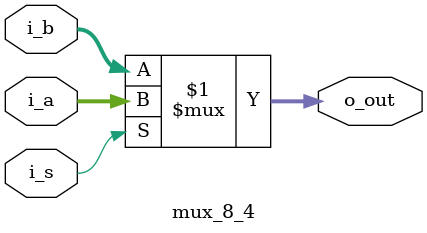
<source format=sv>
module mux_8_4 ( input  logic [3:0] i_a,
                                    i_b,                  
                 input  logic [0:0] i_s,
                 output logic [3:0] o_out);

    assign o_out = i_s ? i_a : i_b;            
    
endmodule
</source>
